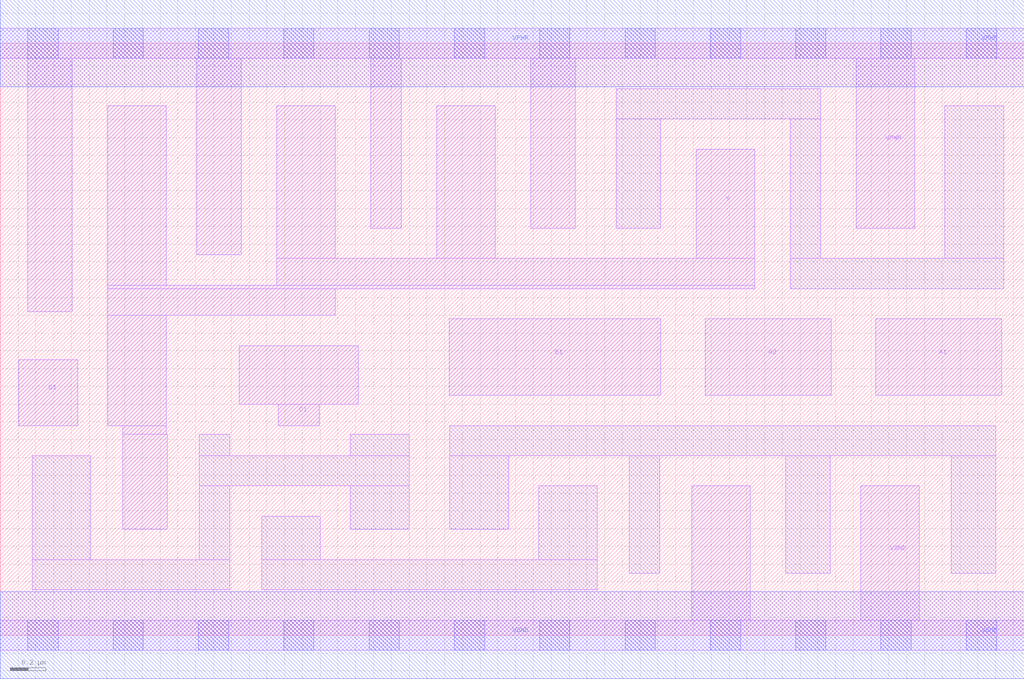
<source format=lef>
# Copyright 2020 The SkyWater PDK Authors
#
# Licensed under the Apache License, Version 2.0 (the "License");
# you may not use this file except in compliance with the License.
# You may obtain a copy of the License at
#
#     https://www.apache.org/licenses/LICENSE-2.0
#
# Unless required by applicable law or agreed to in writing, software
# distributed under the License is distributed on an "AS IS" BASIS,
# WITHOUT WARRANTIES OR CONDITIONS OF ANY KIND, either express or implied.
# See the License for the specific language governing permissions and
# limitations under the License.
#
# SPDX-License-Identifier: Apache-2.0

VERSION 5.7 ;
  NAMESCASESENSITIVE ON ;
  NOWIREEXTENSIONATPIN ON ;
  DIVIDERCHAR "/" ;
  BUSBITCHARS "[]" ;
UNITS
  DATABASE MICRONS 200 ;
END UNITS
MACRO sky130_fd_sc_ms__o2111ai_2
  CLASS CORE ;
  SOURCE USER ;
  FOREIGN sky130_fd_sc_ms__o2111ai_2 ;
  ORIGIN  0.000000  0.000000 ;
  SIZE  5.760000 BY  3.330000 ;
  SYMMETRY X Y ;
  SITE unit ;
  PIN A1
    ANTENNAGATEAREA  0.625200 ;
    DIRECTION INPUT ;
    USE SIGNAL ;
    PORT
      LAYER li1 ;
        RECT 4.925000 1.350000 5.635000 1.780000 ;
    END
  END A1
  PIN A2
    ANTENNAGATEAREA  0.625200 ;
    DIRECTION INPUT ;
    USE SIGNAL ;
    PORT
      LAYER li1 ;
        RECT 3.965000 1.350000 4.675000 1.780000 ;
    END
  END A2
  PIN B1
    ANTENNAGATEAREA  0.625200 ;
    DIRECTION INPUT ;
    USE SIGNAL ;
    PORT
      LAYER li1 ;
        RECT 2.525000 1.350000 3.715000 1.780000 ;
    END
  END B1
  PIN C1
    ANTENNAGATEAREA  0.625200 ;
    DIRECTION INPUT ;
    USE SIGNAL ;
    PORT
      LAYER li1 ;
        RECT 1.345000 1.300000 2.015000 1.630000 ;
        RECT 1.565000 1.180000 1.795000 1.300000 ;
    END
  END C1
  PIN D1
    ANTENNAGATEAREA  0.625200 ;
    DIRECTION INPUT ;
    USE SIGNAL ;
    PORT
      LAYER li1 ;
        RECT 0.105000 1.180000 0.435000 1.550000 ;
    END
  END D1
  PIN Y
    ANTENNADIFFAREA  1.416800 ;
    DIRECTION OUTPUT ;
    USE SIGNAL ;
    PORT
      LAYER li1 ;
        RECT 0.605000 1.180000 0.935000 1.800000 ;
        RECT 0.605000 1.800000 1.885000 1.950000 ;
        RECT 0.605000 1.950000 4.245000 1.970000 ;
        RECT 0.605000 1.970000 0.935000 2.980000 ;
        RECT 0.690000 0.595000 0.940000 1.130000 ;
        RECT 0.690000 1.130000 0.935000 1.180000 ;
        RECT 1.555000 1.970000 4.245000 2.120000 ;
        RECT 1.555000 2.120000 1.885000 2.980000 ;
        RECT 2.455000 2.120000 2.785000 2.980000 ;
        RECT 3.915000 2.120000 4.245000 2.735000 ;
    END
  END Y
  PIN VGND
    DIRECTION INOUT ;
    USE GROUND ;
    PORT
      LAYER li1 ;
        RECT 0.000000 -0.085000 5.760000 0.085000 ;
        RECT 3.890000  0.085000 4.220000 0.840000 ;
        RECT 4.840000  0.085000 5.170000 0.840000 ;
      LAYER mcon ;
        RECT 0.155000 -0.085000 0.325000 0.085000 ;
        RECT 0.635000 -0.085000 0.805000 0.085000 ;
        RECT 1.115000 -0.085000 1.285000 0.085000 ;
        RECT 1.595000 -0.085000 1.765000 0.085000 ;
        RECT 2.075000 -0.085000 2.245000 0.085000 ;
        RECT 2.555000 -0.085000 2.725000 0.085000 ;
        RECT 3.035000 -0.085000 3.205000 0.085000 ;
        RECT 3.515000 -0.085000 3.685000 0.085000 ;
        RECT 3.995000 -0.085000 4.165000 0.085000 ;
        RECT 4.475000 -0.085000 4.645000 0.085000 ;
        RECT 4.955000 -0.085000 5.125000 0.085000 ;
        RECT 5.435000 -0.085000 5.605000 0.085000 ;
      LAYER met1 ;
        RECT 0.000000 -0.245000 5.760000 0.245000 ;
    END
  END VGND
  PIN VPWR
    DIRECTION INOUT ;
    USE POWER ;
    PORT
      LAYER li1 ;
        RECT 0.000000 3.245000 5.760000 3.415000 ;
        RECT 0.155000 1.820000 0.405000 3.245000 ;
        RECT 1.105000 2.140000 1.355000 3.245000 ;
        RECT 2.085000 2.290000 2.255000 3.245000 ;
        RECT 2.985000 2.290000 3.235000 3.245000 ;
        RECT 4.815000 2.290000 5.145000 3.245000 ;
      LAYER mcon ;
        RECT 0.155000 3.245000 0.325000 3.415000 ;
        RECT 0.635000 3.245000 0.805000 3.415000 ;
        RECT 1.115000 3.245000 1.285000 3.415000 ;
        RECT 1.595000 3.245000 1.765000 3.415000 ;
        RECT 2.075000 3.245000 2.245000 3.415000 ;
        RECT 2.555000 3.245000 2.725000 3.415000 ;
        RECT 3.035000 3.245000 3.205000 3.415000 ;
        RECT 3.515000 3.245000 3.685000 3.415000 ;
        RECT 3.995000 3.245000 4.165000 3.415000 ;
        RECT 4.475000 3.245000 4.645000 3.415000 ;
        RECT 4.955000 3.245000 5.125000 3.415000 ;
        RECT 5.435000 3.245000 5.605000 3.415000 ;
      LAYER met1 ;
        RECT 0.000000 3.085000 5.760000 3.575000 ;
    END
  END VPWR
  OBS
    LAYER li1 ;
      RECT 0.180000 0.255000 1.290000 0.425000 ;
      RECT 0.180000 0.425000 0.510000 1.010000 ;
      RECT 1.120000 0.425000 1.290000 0.840000 ;
      RECT 1.120000 0.840000 2.300000 1.010000 ;
      RECT 1.120000 1.010000 1.290000 1.130000 ;
      RECT 1.470000 0.255000 3.360000 0.425000 ;
      RECT 1.470000 0.425000 1.800000 0.670000 ;
      RECT 1.970000 0.595000 2.300000 0.840000 ;
      RECT 1.970000 1.010000 2.300000 1.130000 ;
      RECT 2.530000 0.595000 2.860000 1.010000 ;
      RECT 2.530000 1.010000 5.600000 1.180000 ;
      RECT 3.030000 0.425000 3.360000 0.840000 ;
      RECT 3.465000 2.290000 3.715000 2.905000 ;
      RECT 3.465000 2.905000 4.615000 3.075000 ;
      RECT 3.540000 0.350000 3.710000 1.010000 ;
      RECT 4.420000 0.350000 4.670000 1.010000 ;
      RECT 4.445000 1.950000 5.645000 2.120000 ;
      RECT 4.445000 2.120000 4.615000 2.905000 ;
      RECT 5.315000 2.120000 5.645000 2.980000 ;
      RECT 5.350000 0.350000 5.600000 1.010000 ;
  END
END sky130_fd_sc_ms__o2111ai_2

</source>
